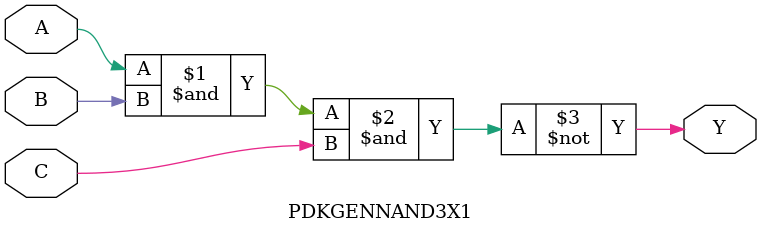
<source format=v>

module add8_440(A, B, O);
  input [7:0] A;
  input [7:0] B;
  output [8:0] O;
  wire [2031:0] N;

  assign N[0] = A[0];
  assign N[1] = A[0];
  assign N[2] = A[1];
  assign N[3] = A[1];
  assign N[4] = A[2];
  assign N[5] = A[2];
  assign N[6] = A[3];
  assign N[7] = A[3];
  assign N[8] = A[4];
  assign N[9] = A[4];
  assign N[10] = A[5];
  assign N[11] = A[5];
  assign N[12] = A[6];
  assign N[13] = A[6];
  assign N[14] = A[7];
  assign N[15] = A[7];
  assign N[16] = B[0];
  assign N[17] = B[0];
  assign N[18] = B[1];
  assign N[19] = B[1];
  assign N[20] = B[2];
  assign N[21] = B[2];
  assign N[22] = B[3];
  assign N[23] = B[3];
  assign N[24] = B[4];
  assign N[25] = B[4];
  assign N[26] = B[5];
  assign N[27] = B[5];
  assign N[28] = B[6];
  assign N[29] = B[6];
  assign N[30] = B[7];
  assign N[31] = B[7];

  PDKGENNAND3X1 n32(.A(N[22]), .B(N[20]), .C(N[6]), .Y(N[32]));
  assign N[33] = N[32];
  PDKGENHAX1 n40(.A(N[20]), .B(N[20]), .YS(N[40]), .YC(N[41]));
  NPDKGEPDKGENNOR2X1 n48(.A(N[33]), .B(N[14]), .Y(N[48]));
  assign N[49] = N[48];
  PDKGENAND2X1 n52(.A(N[4]), .B(N[49]), .Y(N[52]));
  PDKGENINVX1 n126(.A(N[40]), .Y(N[126]));
  assign N[127] = N[126];
  PDKGEPDKGENNOR2X1 n132(.A(N[4]), .B(N[20]), .Y(N[132]));
  PDKGEPDKGENNOR2X1 n182(.A(N[6]), .B(N[22]), .Y(N[182]));
  PDKGENFAX1 n232(.A(N[8]), .B(N[24]), .C(N[52]), .YS(N[232]), .YC(N[233]));
  PDKGENFAX1 n282(.A(N[10]), .B(N[26]), .C(N[233]), .YS(N[282]), .YC(N[283]));
  PDKGENFAX1 n332(.A(N[12]), .B(N[28]), .C(N[283]), .YS(N[332]), .YC(N[333]));
  PDKGENFAX1 n382(.A(N[14]), .B(N[30]), .C(N[333]), .YS(N[382]), .YC(N[383]));

  assign O[0] = N[127];
  assign O[1] = N[126];
  assign O[2] = N[132];
  assign O[3] = N[182];
  assign O[4] = N[232];
  assign O[5] = N[282];
  assign O[6] = N[332];
  assign O[7] = N[382];
  assign O[8] = N[383];

endmodule
/* mod */
module PDKGENFAX1( input A, input B, input C, output YS, output YC );
    assign YS = (A ^ B) ^ C;
    assign YC = (A & B) | (B & C) | (A & C);
endmodule
/* mod */
module PDKGENAND2X1(input A, input B, output Y );
     assign Y = A & B;
endmodule
/* mod */
module PDKGEPDKGENNOR2X1(input A, input B, output Y );
     assign Y = A | B;
endmodule
/* mod */
module PDKGENHAX1( input A, input B, output YS, output YC );
    assign YS = A ^ B;
    assign YC = A & B;
endmodule
/* mod */
module PDKGENINVX1(input A, output Y );
     assign Y = ~A;
endmodule
/* mod */
module PDKGENNOR2X1(input A, input B, output Y );
     assign Y = ~(A | B);
endmodule
/* mod */
module PDKGENNAND3X1(input A, input B, input C, output Y );
     assign Y = ~((A & B) & C);
endmodule

</source>
